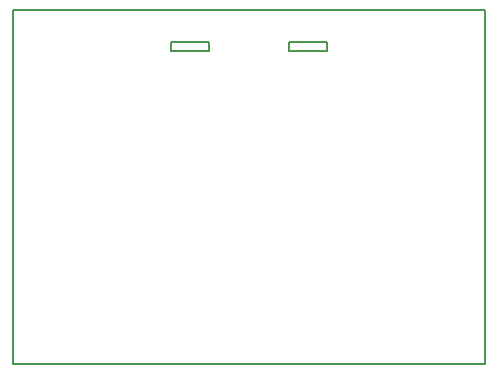
<source format=gbr>
G04 #@! TF.FileFunction,Profile,NP*
%FSLAX46Y46*%
G04 Gerber Fmt 4.6, Leading zero omitted, Abs format (unit mm)*
G04 Created by KiCad (PCBNEW 4.0.4-stable) date 12/02/16 17:32:34*
%MOMM*%
%LPD*%
G01*
G04 APERTURE LIST*
%ADD10C,0.100000*%
%ADD11C,0.150000*%
G04 APERTURE END LIST*
D10*
D11*
X13400000Y-3500000D02*
X13400000Y-2700000D01*
X16600000Y-3500000D02*
X13400000Y-3500000D01*
X16600000Y-2700000D02*
X16600000Y-3500000D01*
X13400000Y-2700000D02*
X16600000Y-2700000D01*
X26600000Y-2700000D02*
X26600000Y-3500000D01*
X23400000Y-3500000D02*
X23400000Y-2700000D01*
X26600000Y-3500000D02*
X23400000Y-3500000D01*
X23400000Y-2700000D02*
X26600000Y-2700000D01*
X40000000Y0D02*
X40000000Y-30000000D01*
X0Y-30000000D02*
X0Y0D01*
X0Y-30000000D02*
X40000000Y-30000000D01*
X0Y0D02*
X40000000Y0D01*
M02*

</source>
